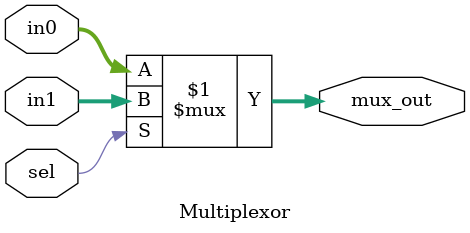
<source format=v>
/*
The address multiplexor selects between the instruction address during the instruction 
fetch phase and the operand address during the instruction execution phase.  
*/  
`default_nettype none
module Multiplexor #(
    parameter MUX_WIDTH=5
) (
    input  wire                        sel,
    input  wire  [MUX_WIDTH-1:0]       in0,
    input  wire  [MUX_WIDTH-1:0]       in1,
    output wire  [MUX_WIDTH-1:0]       mux_out
);

assign mux_out=sel?in1:in0;
    
endmodule

</source>
